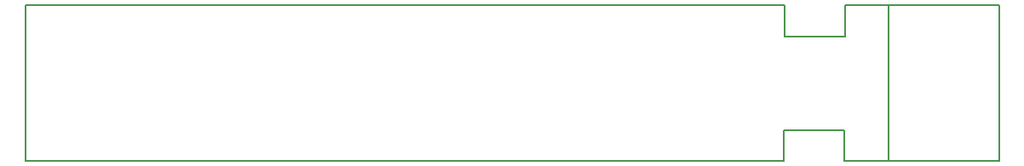
<source format=gbr>
G04 #@! TF.FileFunction,Other,ECO1*
%FSLAX46Y46*%
G04 Gerber Fmt 4.6, Leading zero omitted, Abs format (unit mm)*
G04 Created by KiCad (PCBNEW 4.0.2+dfsg1-stable) date ven 28 dic 2018 11:34:51 CET*
%MOMM*%
G01*
G04 APERTURE LIST*
%ADD10C,0.100000*%
%ADD11C,0.200000*%
G04 APERTURE END LIST*
D10*
D11*
X173690280Y-115443000D02*
X98295460Y-115443000D01*
X195072000Y-115443000D02*
X179682660Y-115443000D01*
X179682660Y-112410240D02*
X179682660Y-115443000D01*
X173692820Y-112410240D02*
X179682660Y-112410240D01*
X173692820Y-112410240D02*
X173692820Y-115437920D01*
X173776640Y-99949000D02*
X98298000Y-99949000D01*
X195072000Y-99949000D02*
X179778660Y-99949000D01*
X179778660Y-99949000D02*
X179778660Y-103047800D01*
X173776640Y-103047800D02*
X179778660Y-103047800D01*
X173776640Y-99949000D02*
X173776640Y-103047800D01*
X184072000Y-99921060D02*
X184072000Y-115415060D01*
X98298000Y-115443000D02*
X98298000Y-99949000D01*
X195072000Y-99949000D02*
X195072000Y-115443000D01*
M02*

</source>
